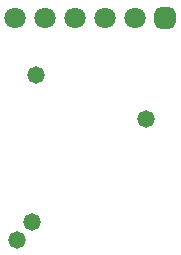
<source format=gbs>
G04*
G04 #@! TF.GenerationSoftware,Altium Limited,Altium Designer,24.2.2 (26)*
G04*
G04 Layer_Color=16711935*
%FSLAX44Y44*%
%MOMM*%
G71*
G04*
G04 #@! TF.SameCoordinates,4FBEA47C-08EE-4C05-AA3B-087DA5EAA6FD*
G04*
G04*
G04 #@! TF.FilePolarity,Negative*
G04*
G01*
G75*
%ADD27C,1.8032*%
G04:AMPARAMS|DCode=28|XSize=1.8032mm|YSize=1.8032mm|CornerRadius=0.5016mm|HoleSize=0mm|Usage=FLASHONLY|Rotation=180.000|XOffset=0mm|YOffset=0mm|HoleType=Round|Shape=RoundedRectangle|*
%AMROUNDEDRECTD28*
21,1,1.8032,0.8000,0,0,180.0*
21,1,0.8000,1.8032,0,0,180.0*
1,1,1.0032,-0.4000,0.4000*
1,1,1.0032,0.4000,0.4000*
1,1,1.0032,0.4000,-0.4000*
1,1,1.0032,-0.4000,-0.4000*
%
%ADD28ROUNDEDRECTD28*%
%ADD29C,1.4732*%
D27*
X22352Y284734D02*
D03*
X47752D02*
D03*
X98552D02*
D03*
X123952D02*
D03*
X73152D02*
D03*
D28*
X149352D02*
D03*
D29*
X23862Y96280D02*
D03*
X36562Y112014D02*
D03*
X39744Y236354D02*
D03*
X133463Y199023D02*
D03*
M02*

</source>
